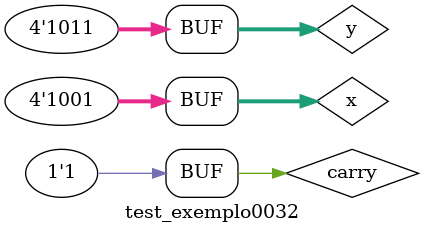
<source format=v>


module FullAdder(s, carryOut, x, y, carryIn);
  output s, carryOut;
  input x, y, carryIn;
  wire a, b, c;

//-- portas 
  xor (a, x, y);
  xor (s, a, carryIn);   
  and (b, x, y);
  and (c, a, carryIn);
  or (carryOut, c, b);
  
endmodule //--FullAdder

// ------------------------- 
// somador
// ------------------------- 

module somador(s, carryOut, x, y, carryIn);
  output [3:0] s;
  output carryOut;
  input  [3:0] x, y;
  input carryIn;
  
  wire c1, c2, c3, z1, z2, z3, z4, z5;
  
  //--portas 
  xor (z1, y[0] , carryIn);
  xor (z2, y[1] , carryIn);
  xor (z3, y[2] , carryIn);
  xor (z4, y[3] , carryIn);
  FullAdder FULLADDER0(s[0], c1, x[0], z1, carryIn);
  FullAdder FULLADDER1(s[1], c2, x[1], z2, c1);
  FullAdder FULLADDER2(s[2], c3, x[2], z3, c2);
  FullAdder FULLADDER3(s[3], z5, x[3], z4, c3);
  xor (carryOut, z5 , carryIn);
  
endmodule //--somador

 module verificarSeE0(output s , input [3:0] a);
 
 wire tmp0,tmp1,tmp2,tmp3;
 
 nor NOR0( tmp0 , 0 , a[0]);
 nor NOR1( tmp1 , 0 , a[1]);
 nor NOR2( tmp2 , 0 , a[2]);
 nor NOR3( tmp3 , 0 , a[3]);
 
 assign s = tmp0 & tmp1 & tmp2 & tmp3;
 
endmodule //-- FIm testa se e 0

module test_exemplo0032; 
// ------------------------- definir dados 
reg [3:0] x; 
reg [3:0] y; 
reg carry; 
wire [3:0] soma;
wire carryOut , resp; 

somador SOMADOR0(soma, carryOut, x, y, carry);

//-- VErificar se o resultado e 0
verificarSeE0 VERIFICAR0(resp, soma);

// ------------------------- parte principal 
  initial
  begin
  $display("Exemplo0032 - Alvaro Henrique de Araujo Rungue - 395487"); 
  $display("Test Exemplo0032: "); 
  
  //--Testes
  $monitor($time," x = %b y = %b carryIn = %b ********* carry out = %b soma = %b *** Verificacao se e 0 : %b\n",x, y, carry,carryOut,soma,resp );
  end
  
  // Entradas
  initial
  begin
  x = 4'b0010;y = 4'b0100; carry = 1'b0;


  #5 x = 4'b0001;y = 4'b1111;
  #5 x = 4'b0011;y = 4'b1011;
  #5 x = 4'b0001;y = 4'b1011;
  #5 x = 4'b0001;y = 4'b1011;
  
   #5 x = 4'b0010;y = 4'b0100;carry = 1'b1;
   #5 x = 4'b1001;y = 4'b1111;
   #5 x = 4'b0011;y = 4'b1011;
   #5 x = 4'b0101;y = 4'b1011;
   #5 x = 4'b1001;y = 4'b1011;

  end
endmodule // --test
</source>
